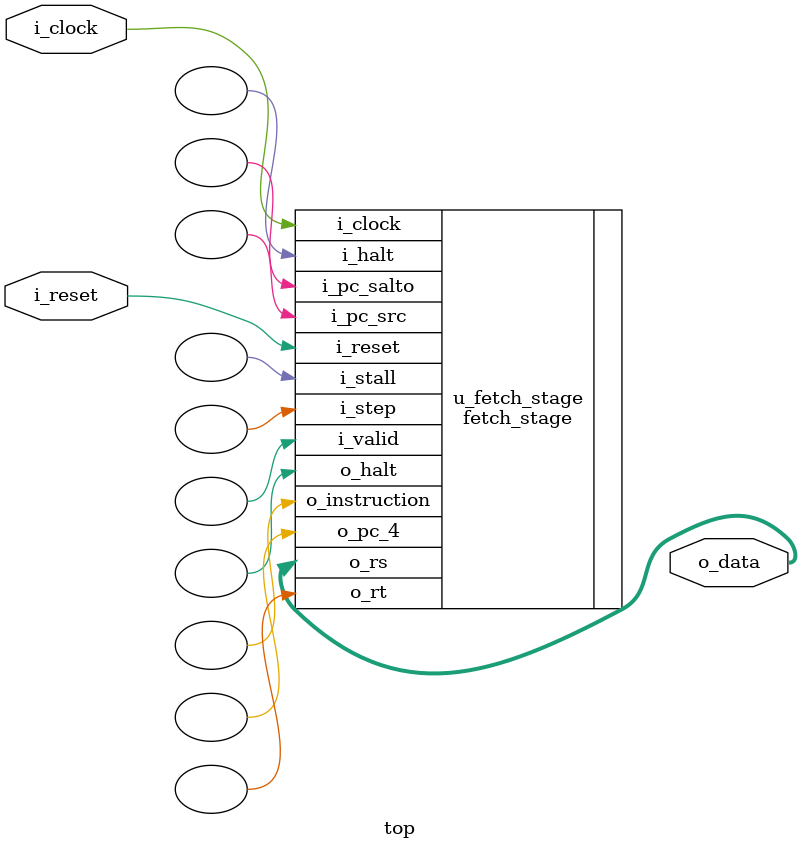
<source format=v>
`timescale 1ns / 1ps


module top
#(
    parameter   NB_DATA   = 5
)
(
    input wire                      i_clock         ,
    input wire                      i_reset         ,

    output wire [NB_DATA   - 1 : 0] o_data
);

    fetch_stage
    #(
    )
    u_fetch_stage
    (
        .i_pc_salto         (           ),
        .i_halt             (           ),
        .i_stall            (           ),
        .i_pc_src           (           ),
        .i_step             (           ),
        .i_valid            (           ),
        .i_reset            (i_reset    ),
        .i_clock            (i_clock    ),

        .o_pc_4             (           ),
        .o_halt             (           ),
        .o_instruction      (           ),
        .o_rs               (o_data     ),
        .o_rt               (           )
    );

    // --------------------------------------------------
    // Output block
    // --------------------------------------------------
    // assign o_data           = data_result           ;

endmodule
</source>
